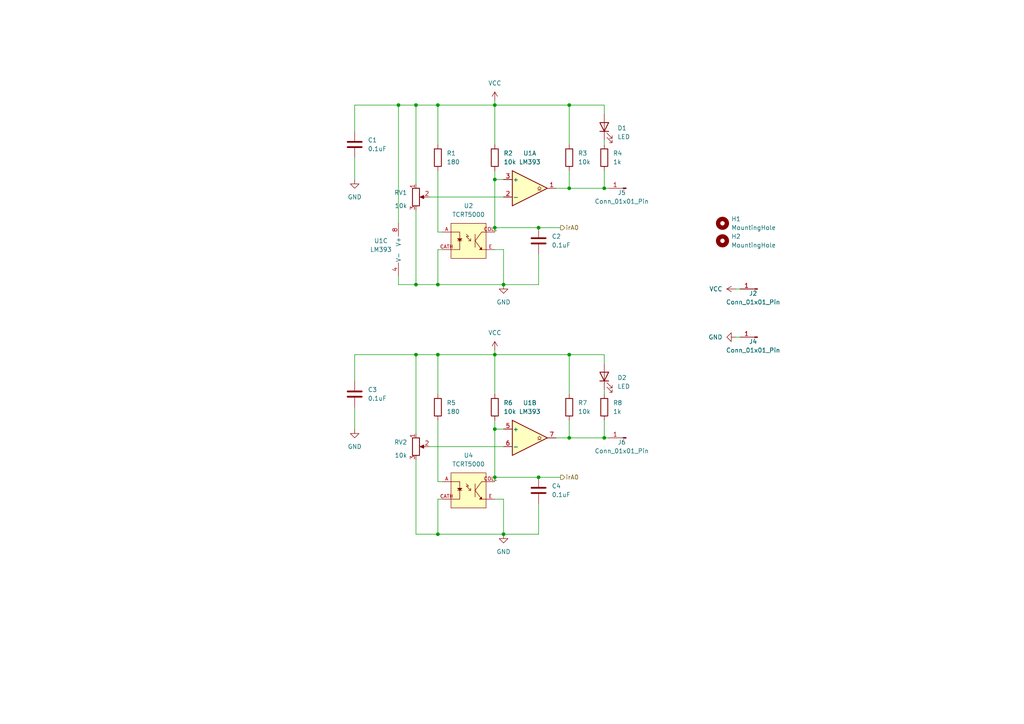
<source format=kicad_sch>
(kicad_sch (version 20231120) (generator "eeschema") (generator_version "8.0")
  (paper "A4")
  (title_block (title "IR sensor (2x)") (date "2023-12-28") (rev "V1") (company "Tiebe Declercq"))
  (lib_symbols
    (symbol "Comparator:LM393" (pin_names (offset 0.127))
      (property "Reference" "U" (at 3.81 3.81 0))
      (property "Value" "LM393" (at 6.35 -3.81 0))
      (symbol "LM393_1_1"
        (polyline (pts (xy -5.08 5.08) (xy 5.08 0) (xy -5.08 -5.08) (xy -5.08 5.08)) (stroke (width 0.254)) (fill (type background)))
        (polyline (pts (xy 3.302 -0.508) (xy 2.794 -0.508) (xy 3.302 0) (xy 2.794 0.508) (xy 2.286 0) (xy 2.794 -0.508) (xy 2.286 -0.508)) (stroke (width 0.127)))
        (pin open_collector line (at 7.62 0 180) (length 2.54) (name "~") (number "1"))
        (pin input line (at -7.62 -2.54 0) (length 2.54) (name "-") (number "2"))
        (pin input line (at -7.62 2.54 0) (length 2.54) (name "+") (number "3"))
      )
      (symbol "LM393_2_1"
        (polyline (pts (xy -5.08 5.08) (xy 5.08 0) (xy -5.08 -5.08) (xy -5.08 5.08)) (stroke (width 0.254)) (fill (type background)))
        (polyline (pts (xy 3.302 -0.508) (xy 2.794 -0.508) (xy 3.302 0) (xy 2.794 0.508) (xy 2.286 0) (xy 2.794 -0.508) (xy 2.286 -0.508)) (stroke (width 0.127)))
        (pin input line (at -7.62 2.54 0) (length 2.54) (name "+") (number "5"))
        (pin input line (at -7.62 -2.54 0) (length 2.54) (name "-") (number "6"))
        (pin open_collector line (at 7.62 0 180) (length 2.54) (name "~") (number "7"))
      )
      (symbol "LM393_3_1"
        (pin power_in line (at -2.54 -7.62 90) (length 3.81) (name "V-") (number "4"))
        (pin power_in line (at -2.54 7.62 270) (length 3.81) (name "V+") (number "8"))
      )
    )
    (symbol "Connector:Conn_01x01_Pin" (pin_names (offset 1.016) hide)
      (property "Reference" "J" (at 0 2.54 0))
      (property "Value" "Conn_01x01_Pin" (at 0 -2.54 0))
      (symbol "Conn_01x01_Pin_1_1"
        (polyline (pts (xy 1.27 0) (xy 0.8636 0)) (stroke (width 0.1524)))
        (rectangle (start 0.8636 0.127) (end 0 -0.127) (stroke (width 0.1524)) (fill (type outline)))
        (pin passive line (at 5.08 0 180) (length 3.81) (name "Pin_1") (number "1"))
      )
    )
    (symbol "Device:C" (pin_numbers hide) (pin_names (offset 0.254))
      (property "Reference" "C" (at 0.635 2.54 0))
      (property "Value" "C" (at 0.635 -2.54 0))
      (symbol "C_0_1"
        (polyline (pts (xy -2.032 -0.762) (xy 2.032 -0.762)) (stroke (width 0.508)))
        (polyline (pts (xy -2.032 0.762) (xy 2.032 0.762)) (stroke (width 0.508)))
      )
      (symbol "C_1_1"
        (pin passive line (at 0 3.81 270) (length 2.794) (name "~") (number "1"))
        (pin passive line (at 0 -3.81 90) (length 2.794) (name "~") (number "2"))
      )
    )
    (symbol "Device:LED" (pin_numbers hide) (pin_names (offset 1.016) hide)
      (property "Reference" "D" (at 0 2.54 0))
      (property "Value" "LED" (at 0 -2.54 0))
      (symbol "LED_0_1"
        (polyline (pts (xy -1.27 -1.27) (xy -1.27 1.27)) (stroke (width 0.254)))
        (polyline (pts (xy -1.27 0) (xy 1.27 0)))
        (polyline (pts (xy 1.27 -1.27) (xy 1.27 1.27) (xy -1.27 0) (xy 1.27 -1.27)) (stroke (width 0.254)))
        (polyline (pts (xy -3.048 -0.762) (xy -4.572 -2.286) (xy -3.81 -2.286) (xy -4.572 -2.286) (xy -4.572 -1.524)))
        (polyline (pts (xy -1.778 -0.762) (xy -3.302 -2.286) (xy -2.54 -2.286) (xy -3.302 -2.286) (xy -3.302 -1.524)))
      )
      (symbol "LED_1_1"
        (pin passive line (at -3.81 0 0) (length 2.54) (name "K") (number "1"))
        (pin passive line (at 3.81 0 180) (length 2.54) (name "A") (number "2"))
      )
    )
    (symbol "Device:R" (pin_numbers hide) (pin_names (offset 0))
      (property "Reference" "R" (at 2.032 0 90))
      (property "Value" "R" (at 0 0 90))
      (symbol "R_0_1"
        (rectangle (start -1.016 -2.54) (end 1.016 2.54) (stroke (width 0.254)))
      )
      (symbol "R_1_1"
        (pin passive line (at 0 3.81 270) (length 1.27) (name "~") (number "1"))
        (pin passive line (at 0 -3.81 90) (length 1.27) (name "~") (number "2"))
      )
    )
    (symbol "Device:R_Potentiometer" (pin_names (offset 1.016) hide)
      (property "Reference" "RV" (at -4.445 0 90))
      (property "Value" "R_Potentiometer" (at -2.54 0 90))
      (symbol "R_Potentiometer_0_1"
        (polyline (pts (xy 2.54 0) (xy 1.524 0)))
        (polyline (pts (xy 1.143 0) (xy 2.286 0.508) (xy 2.286 -0.508) (xy 1.143 0)) (fill (type outline)))
        (rectangle (start 1.016 2.54) (end -1.016 -2.54) (stroke (width 0.254)))
      )
      (symbol "R_Potentiometer_1_1"
        (pin passive line (at 0 3.81 270) (length 1.27) (name "1") (number "1"))
        (pin passive line (at 3.81 0 180) (length 1.27) (name "2") (number "2"))
        (pin passive line (at 0 -3.81 90) (length 1.27) (name "3") (number "3"))
      )
    )
    (symbol "GND_5" (power) (pin_names (offset 0))
      (property "Value" "GND_5" (at 0 -3.81 0))
      (symbol "GND_5_0_1"
        (polyline (pts (xy 0 0) (xy 0 -1.27) (xy 1.27 -1.27) (xy 0 -2.54) (xy -1.27 -1.27) (xy 0 -1.27)))
      )
      (symbol "GND_5_1_1"
        (pin power_in line (at 0 0 270) (length 0) hide (name "GND") (number "1"))
      )
    )
    (symbol "Mechanical:MountingHole" (pin_names (offset 1.016))
      (property "Reference" "H" (at 0 5.08 0))
      (property "Value" "MountingHole" (at 0 3.175 0))
      (symbol "MountingHole_0_1"
        (circle (center 0 0) (radius 1.27) (stroke (width 1.27)))
      )
    )
    (symbol "TCRT5000:TCRT5000" (pin_names (offset 1.016))
      (property "Reference" "U" (at -5.0887 5.7248 0))
      (property "Value" "TCRT5000" (at -5.0838 -5.7193 0))
      (symbol "TCRT5000_0_0"
        (rectangle (start -5.08 -5.08) (end 5.08 5.08) (stroke (width 0.1524)) (fill (type background)))
        (polyline (pts (xy -5.08 2.54) (xy -2.54 2.54)) (stroke (width 0.1524)))
        (polyline (pts (xy -3.175 0) (xy -1.905 0)) (stroke (width 0.1524)))
        (polyline (pts (xy -2.54 -2.54) (xy -5.08 -2.54)) (stroke (width 0.1524)))
        (polyline (pts (xy -2.54 2.54) (xy -2.54 -2.54)) (stroke (width 0.1524)))
        (polyline (pts (xy -0.635 1.27) (xy 0.635 0)) (stroke (width 0.1524)))
        (polyline (pts (xy -0.635 1.905) (xy 0 1.27)) (stroke (width 0.1524)))
        (polyline (pts (xy 0 1.27) (xy -0.635 1.27)) (stroke (width 0.1524)))
        (polyline (pts (xy 0.635 0) (xy 0 0)) (stroke (width 0.1524)))
        (polyline (pts (xy 0.635 0.635) (xy 0.635 0)) (stroke (width 0.1524)))
        (polyline (pts (xy 1.905 0) (xy 1.905 -1.905)) (stroke (width 0.1524)))
        (polyline (pts (xy 1.905 0) (xy 3.81 -2.54)) (stroke (width 0.1524)))
        (polyline (pts (xy 1.905 0) (xy 3.81 2.54)) (stroke (width 0.1524)))
        (polyline (pts (xy 1.905 1.905) (xy 1.905 0)) (stroke (width 0.1524)))
        (polyline (pts (xy 3.81 -2.54) (xy 5.08 -2.54)) (stroke (width 0.1524)))
        (polyline (pts (xy 3.81 2.54) (xy 5.08 2.54)) (stroke (width 0.1524)))
        (polyline (pts (xy -3.175 0.635) (xy -1.905 0.635) (xy -2.54 0) (xy -3.175 0.635)) (stroke (width 0.1524)) (fill (type outline)))
        (polyline (pts (xy 3.175 -2.54) (xy 3.81 -2.54) (xy 3.81 -1.905) (xy 3.175 -2.54)) (stroke (width 0.1524)) (fill (type outline)))
        (pin passive line (at -7.62 2.54 0) (length 2.54) (name "~") (number "A"))
        (pin passive line (at -7.62 -2.54 0) (length 2.54) (name "~") (number "CATH"))
        (pin passive line (at 7.62 2.54 180) (length 2.54) (name "~") (number "COLL"))
        (pin passive line (at 7.62 -2.54 180) (length 2.54) (name "~") (number "E"))
      )
    )
    (symbol "power:VCC" (power) (pin_names (offset 0))
      (property "Value" "VCC" (at 0 3.81 0))
      (symbol "VCC_0_1"
        (polyline (pts (xy -0.762 1.27) (xy 0 2.54)))
        (polyline (pts (xy 0 0) (xy 0 2.54)))
        (polyline (pts (xy 0 2.54) (xy 0.762 1.27)))
      )
      (symbol "VCC_1_1"
        (pin power_in line (at 0 0 90) (length 0) hide (name "VCC") (number "1"))
      )
    )
  )
  (junction (at 156.21 66.04))
  (junction (at 143.51 138.43))
  (junction (at 165.1 54.61))
  (junction (at 165.1 127))
  (junction (at 175.26 54.61))
  (junction (at 175.26 127))
  (junction (at 115.57 30.48))
  (junction (at 143.51 66.04))
  (junction (at 127 102.87))
  (junction (at 165.1 30.48))
  (junction (at 143.51 52.07))
  (junction (at 127 30.48))
  (junction (at 146.05 82.55))
  (junction (at 127 82.55))
  (junction (at 143.51 124.46))
  (junction (at 120.65 102.87))
  (junction (at 165.1 102.87))
  (junction (at 120.65 82.55))
  (junction (at 146.05 154.94))
  (junction (at 127 154.94))
  (junction (at 143.51 102.87))
  (junction (at 143.51 30.48))
  (junction (at 156.21 138.43))
  (junction (at 120.65 30.48))
  (wire (pts (xy 213.36 83.82) (xy 214.63 83.82)))
  (wire (pts (xy 120.65 133.35) (xy 120.65 154.94)))
  (wire (pts (xy 120.65 30.48) (xy 120.65 53.34)))
  (wire (pts (xy 175.26 121.92) (xy 175.26 127)))
  (wire (pts (xy 165.1 30.48) (xy 143.51 30.48)))
  (wire (pts (xy 156.21 66.04) (xy 162.56 66.04)))
  (wire (pts (xy 127 30.48) (xy 120.65 30.48)))
  (wire (pts (xy 175.26 102.87) (xy 175.26 105.41)))
  (wire (pts (xy 102.87 102.87) (xy 120.65 102.87)))
  (wire (pts (xy 165.1 102.87) (xy 143.51 102.87)))
  (wire (pts (xy 156.21 82.55) (xy 146.05 82.55)))
  (wire (pts (xy 127 121.92) (xy 127 139.7)))
  (wire (pts (xy 156.21 66.04) (xy 143.51 66.04)))
  (wire (pts (xy 156.21 138.43) (xy 143.51 138.43)))
  (wire (pts (xy 143.51 29.21) (xy 143.51 30.48)))
  (wire (pts (xy 143.51 102.87) (xy 143.51 114.3)))
  (wire (pts (xy 146.05 52.07) (xy 143.51 52.07)))
  (wire (pts (xy 175.26 40.64) (xy 175.26 41.91)))
  (wire (pts (xy 102.87 110.49) (xy 102.87 102.87)))
  (wire (pts (xy 102.87 118.11) (xy 102.87 124.46)))
  (wire (pts (xy 175.26 127) (xy 176.53 127)))
  (wire (pts (xy 120.65 82.55) (xy 127 82.55)))
  (wire (pts (xy 127 30.48) (xy 127 41.91)))
  (wire (pts (xy 143.51 101.6) (xy 143.51 102.87)))
  (wire (pts (xy 127 144.78) (xy 127 154.94)))
  (wire (pts (xy 175.26 49.53) (xy 175.26 54.61)))
  (wire (pts (xy 143.51 30.48) (xy 127 30.48)))
  (wire (pts (xy 175.26 102.87) (xy 165.1 102.87)))
  (wire (pts (xy 213.36 97.79) (xy 214.63 97.79)))
  (wire (pts (xy 175.26 30.48) (xy 165.1 30.48)))
  (wire (pts (xy 115.57 82.55) (xy 120.65 82.55)))
  (wire (pts (xy 102.87 30.48) (xy 115.57 30.48)))
  (wire (pts (xy 161.29 127) (xy 165.1 127)))
  (wire (pts (xy 115.57 30.48) (xy 115.57 64.77)))
  (wire (pts (xy 143.51 138.43) (xy 143.51 139.7)))
  (wire (pts (xy 165.1 127) (xy 165.1 121.92)))
  (wire (pts (xy 146.05 82.55) (xy 146.05 72.39)))
  (wire (pts (xy 102.87 45.72) (xy 102.87 52.07)))
  (wire (pts (xy 175.26 54.61) (xy 176.53 54.61)))
  (wire (pts (xy 146.05 154.94) (xy 146.05 144.78)))
  (wire (pts (xy 165.1 30.48) (xy 165.1 41.91)))
  (wire (pts (xy 161.29 54.61) (xy 165.1 54.61)))
  (wire (pts (xy 165.1 127) (xy 175.26 127)))
  (wire (pts (xy 143.51 66.04) (xy 143.51 67.31)))
  (wire (pts (xy 120.65 102.87) (xy 120.65 125.73)))
  (wire (pts (xy 146.05 144.78) (xy 143.51 144.78)))
  (wire (pts (xy 127 139.7) (xy 128.27 139.7)))
  (wire (pts (xy 102.87 38.1) (xy 102.87 30.48)))
  (wire (pts (xy 127 72.39) (xy 127 82.55)))
  (wire (pts (xy 127 102.87) (xy 127 114.3)))
  (wire (pts (xy 127 49.53) (xy 127 67.31)))
  (wire (pts (xy 146.05 72.39) (xy 143.51 72.39)))
  (wire (pts (xy 156.21 138.43) (xy 162.56 138.43)))
  (wire (pts (xy 143.51 121.92) (xy 143.51 124.46)))
  (wire (pts (xy 124.46 129.54) (xy 146.05 129.54)))
  (wire (pts (xy 127 102.87) (xy 120.65 102.87)))
  (wire (pts (xy 143.51 30.48) (xy 143.51 41.91)))
  (wire (pts (xy 175.26 30.48) (xy 175.26 33.02)))
  (wire (pts (xy 175.26 113.03) (xy 175.26 114.3)))
  (wire (pts (xy 128.27 72.39) (xy 127 72.39)))
  (wire (pts (xy 127 82.55) (xy 146.05 82.55)))
  (wire (pts (xy 165.1 102.87) (xy 165.1 114.3)))
  (wire (pts (xy 143.51 102.87) (xy 127 102.87)))
  (wire (pts (xy 143.51 52.07) (xy 143.51 66.04)))
  (wire (pts (xy 120.65 30.48) (xy 115.57 30.48)))
  (wire (pts (xy 165.1 54.61) (xy 175.26 54.61)))
  (wire (pts (xy 156.21 146.05) (xy 156.21 154.94)))
  (wire (pts (xy 115.57 80.01) (xy 115.57 82.55)))
  (wire (pts (xy 124.46 57.15) (xy 146.05 57.15)))
  (wire (pts (xy 120.65 60.96) (xy 120.65 82.55)))
  (wire (pts (xy 156.21 73.66) (xy 156.21 82.55)))
  (wire (pts (xy 143.51 124.46) (xy 143.51 138.43)))
  (wire (pts (xy 127 67.31) (xy 128.27 67.31)))
  (wire (pts (xy 156.21 154.94) (xy 146.05 154.94)))
  (wire (pts (xy 128.27 144.78) (xy 127 144.78)))
  (wire (pts (xy 146.05 124.46) (xy 143.51 124.46)))
  (wire (pts (xy 127 154.94) (xy 146.05 154.94)))
  (wire (pts (xy 143.51 49.53) (xy 143.51 52.07)))
  (wire (pts (xy 165.1 54.61) (xy 165.1 49.53)))
  (wire (pts (xy 120.65 154.94) (xy 127 154.94)))
  (hierarchical_label "irA0" (shape output) (at 162.56 66.04 0))
  (hierarchical_label "irA0" (shape output) (at 162.56 138.43 0))
  (symbol (lib_name "GND_5") (lib_id "power:GND") (at 146.05 154.94 0) (unit 1)
    (property "Reference" "#PWR06" (effects (hide yes)))
    (property "Value" "GND" (at 146.05 160.02 0))
  )
  (symbol (lib_name "GND_5") (lib_id "power:GND") (at 102.87 52.07 0) (unit 1)
    (property "Reference" "#PWR01" (effects (hide yes)))
    (property "Value" "GND" (at 102.87 57.15 0))
  )
  (symbol (lib_id "Connector:Conn_01x01_Pin") (at 181.61 54.61 180) (unit 1)
    (property "Reference" "J5" (at 180.34 55.88 0))
    (property "Value" "Conn_01x01_Pin" (at 180.34 58.42 0))
    (property "Footprint" "Connector_PinHeader_2.54mm:PinHeader_1x01_P2.54mm_Horizontal" (effects (hide yes)))
  )
  (symbol (lib_id "TCRT5000:TCRT5000") (at 135.89 69.85 0) (unit 1)
    (property "Reference" "U2" (at 135.89 59.69 0))
    (property "Value" "TCRT5000" (at 135.89 62.23 0))
    (property "Footprint" "IrBoard:OPTO_TCRT5000" (effects (hide yes)))
    (property "Description" "\nReflective Optical Sensor 0.591 (15mm) PCB Mount\n" (effects (hide yes)))
    (property "MF" "Vishay" (effects (hide yes)))
    (property "MAXIMUM_PACKAGE_HEIGHT" "7.2mm" (effects (hide yes)))
    (property "Package" "TCRT5000 Vishay" (effects (hide yes)))
    (property "Price" "None" (effects (hide yes)))
    (property "Check_prices" "https://www.snapeda.com/parts/TCRT5000/Vishay+Semiconductor+Opto+Division/view-part/?ref=eda" (effects (hide yes)))
    (property "STANDARD" "Manufacturer recommendations" (effects (hide yes)))
    (property "PARTREV" "1.7" (effects (hide yes)))
    (property "SnapEDA_Link" "https://www.snapeda.com/parts/TCRT5000/Vishay+Semiconductor+Opto+Division/view-part/?ref=snap" (effects (hide yes)))
    (property "MP" "TCRT5000" (effects (hide yes)))
    (property "Purchase-URL" "https://www.snapeda.com/api/url_track_click_mouser/?unipart_id=885229&manufacturer=Vishay&part_name=TCRT5000&search_term=tcrt5000" (effects (hide yes)))
    (property "Availability" "In Stock" (effects (hide yes)))
    (property "MANUFACTURER" "Vishay" (effects (hide yes)))
  )
  (symbol (lib_name "GND_5") (lib_id "power:GND") (at 102.87 124.46 0) (unit 1)
    (property "Reference" "#PWR04" (effects (hide yes)))
    (property "Value" "GND" (at 102.87 129.54 0))
  )
  (symbol (lib_id "Device:C") (at 102.87 114.3 0) (unit 1)
    (property "Reference" "C3" (at 106.68 113.03 0) (effects (justify left)))
    (property "Value" "0.1uF" (at 106.68 115.57 0) (effects (justify left)))
    (property "Footprint" "Capacitor_SMD:C_0805_2012Metric_Pad1.18x1.45mm_HandSolder" (effects (hide yes)))
  )
  (symbol (lib_id "power:VCC") (at 143.51 101.6 0) (unit 1)
    (property "Reference" "#PWR05" (effects (hide yes)))
    (property "Value" "VCC" (at 143.51 96.52 0))
  )
  (symbol (lib_id "Device:R") (at 175.26 118.11 0) (unit 1)
    (property "Reference" "R8" (at 177.8 116.84 0) (effects (justify left)))
    (property "Value" "1k" (at 177.8 119.38 0) (effects (justify left)))
    (property "Footprint" "Resistor_SMD:R_0805_2012Metric_Pad1.20x1.40mm_HandSolder" (effects (hide yes)))
  )
  (symbol (lib_id "Device:R_Potentiometer") (at 120.65 57.15 0) (unit 1)
    (property "Reference" "RV1" (at 118.11 55.88 0) (effects (justify right)))
    (property "Value" "10k" (at 118.11 59.69 0) (effects (justify right)))
    (property "Footprint" "Potentiometer_THT:Potentiometer_Bourns_3296W_Vertical" (effects (hide yes)))
  )
  (symbol (lib_name "GND_5") (lib_id "power:GND") (at 146.05 82.55 0) (unit 1)
    (property "Reference" "#PWR03" (effects (hide yes)))
    (property "Value" "GND" (at 146.05 87.63 0))
  )
  (symbol (lib_id "Device:C") (at 102.87 41.91 0) (unit 1)
    (property "Reference" "C1" (at 106.68 40.64 0) (effects (justify left)))
    (property "Value" "0.1uF" (at 106.68 43.18 0) (effects (justify left)))
    (property "Footprint" "Capacitor_SMD:C_0805_2012Metric_Pad1.18x1.45mm_HandSolder" (effects (hide yes)))
  )
  (symbol (lib_id "power:VCC") (at 143.51 29.21 0) (unit 1)
    (property "Reference" "#PWR02" (effects (hide yes)))
    (property "Value" "VCC" (at 143.51 24.13 0))
  )
  (symbol (lib_id "Connector:Conn_01x01_Pin") (at 181.61 127 180) (unit 1)
    (property "Reference" "J6" (at 180.34 128.27 0))
    (property "Value" "Conn_01x01_Pin" (at 180.34 130.81 0))
    (property "Footprint" "Connector_PinHeader_2.54mm:PinHeader_1x01_P2.54mm_Horizontal" (effects (hide yes)))
  )
  (symbol (lib_id "Device:LED") (at 175.26 109.22 90) (unit 1)
    (property "Reference" "D2" (at 179.07 109.5375 90) (effects (justify right)))
    (property "Value" "LED" (at 179.07 112.0775 90) (effects (justify right)))
    (property "Footprint" "LED_SMD:LED_0805_2012Metric_Pad1.15x1.40mm_HandSolder" (effects (hide yes)))
  )
  (symbol (lib_id "Device:R") (at 127 118.11 0) (unit 1)
    (property "Reference" "R5" (at 129.54 116.84 0) (effects (justify left)))
    (property "Value" "180" (at 129.54 119.38 0) (effects (justify left)))
    (property "Footprint" "Resistor_SMD:R_0805_2012Metric_Pad1.20x1.40mm_HandSolder" (effects (hide yes)))
  )
  (symbol (lib_id "Device:R") (at 143.51 118.11 0) (unit 1)
    (property "Reference" "R6" (at 146.05 116.84 0) (effects (justify left)))
    (property "Value" "10k" (at 146.05 119.38 0) (effects (justify left)))
    (property "Footprint" "Resistor_SMD:R_0805_2012Metric_Pad1.20x1.40mm_HandSolder" (effects (hide yes)))
  )
  (symbol (lib_id "Mechanical:MountingHole") (at 209.55 64.77 0) (unit 1)
    (property "Reference" "H1" (at 212.09 63.5 0) (effects (justify left)))
    (property "Value" "MountingHole" (at 212.09 66.04 0) (effects (justify left)))
    (property "Footprint" "MountingHole:MountingHole_3.2mm_M3" (effects (hide yes)))
  )
  (symbol (lib_id "Device:LED") (at 175.26 36.83 90) (unit 1)
    (property "Reference" "D1" (at 179.07 37.1475 90) (effects (justify right)))
    (property "Value" "LED" (at 179.07 39.6875 90) (effects (justify right)))
    (property "Footprint" "LED_SMD:LED_0805_2012Metric_Pad1.15x1.40mm_HandSolder" (effects (hide yes)))
  )
  (symbol (lib_id "TCRT5000:TCRT5000") (at 135.89 142.24 0) (unit 1)
    (property "Reference" "U4" (at 135.89 132.08 0))
    (property "Value" "TCRT5000" (at 135.89 134.62 0))
    (property "Footprint" "IrBoard:OPTO_TCRT5000" (effects (hide yes)))
    (property "Description" "\nReflective Optical Sensor 0.591 (15mm) PCB Mount\n" (effects (hide yes)))
    (property "MF" "Vishay" (effects (hide yes)))
    (property "MAXIMUM_PACKAGE_HEIGHT" "7.2mm" (effects (hide yes)))
    (property "Package" "TCRT5000 Vishay" (effects (hide yes)))
    (property "Price" "None" (effects (hide yes)))
    (property "Check_prices" "https://www.snapeda.com/parts/TCRT5000/Vishay+Semiconductor+Opto+Division/view-part/?ref=eda" (effects (hide yes)))
    (property "STANDARD" "Manufacturer recommendations" (effects (hide yes)))
    (property "PARTREV" "1.7" (effects (hide yes)))
    (property "SnapEDA_Link" "https://www.snapeda.com/parts/TCRT5000/Vishay+Semiconductor+Opto+Division/view-part/?ref=snap" (effects (hide yes)))
    (property "MP" "TCRT5000" (effects (hide yes)))
    (property "Purchase-URL" "https://www.snapeda.com/api/url_track_click_mouser/?unipart_id=885229&manufacturer=Vishay&part_name=TCRT5000&search_term=tcrt5000" (effects (hide yes)))
    (property "Availability" "In Stock" (effects (hide yes)))
    (property "MANUFACTURER" "Vishay" (effects (hide yes)))
  )
  (symbol (lib_id "Mechanical:MountingHole") (at 209.55 69.85 0) (unit 1)
    (property "Reference" "H2" (at 212.09 68.58 0) (effects (justify left)))
    (property "Value" "MountingHole" (at 212.09 71.12 0) (effects (justify left)))
    (property "Footprint" "MountingHole:MountingHole_3.2mm_M3" (effects (hide yes)))
  )
  (symbol (lib_id "Device:C") (at 156.21 142.24 0) (unit 1)
    (property "Reference" "C4" (at 160.02 140.97 0) (effects (justify left)))
    (property "Value" "0.1uF" (at 160.02 143.51 0) (effects (justify left)))
    (property "Footprint" "Capacitor_SMD:C_0805_2012Metric_Pad1.18x1.45mm_HandSolder" (effects (hide yes)))
  )
  (symbol (lib_id "Device:R") (at 165.1 118.11 0) (unit 1)
    (property "Reference" "R7" (at 167.64 116.84 0) (effects (justify left)))
    (property "Value" "10k" (at 167.64 119.38 0) (effects (justify left)))
    (property "Footprint" "Resistor_SMD:R_0805_2012Metric_Pad1.20x1.40mm_HandSolder" (effects (hide yes)))
  )
  (symbol (lib_id "Comparator:LM393") (at 153.67 127 0) (unit 2)
    (property "Reference" "U1" (at 153.67 116.84 0))
    (property "Value" "LM393" (at 153.67 119.38 0))
    (property "Footprint" "Package_SO:SO-8_3.9x4.9mm_P1.27mm" (effects (hide yes)))
    (property "Datasheet" "http://www.ti.com/lit/ds/symlink/lm393.pdf" (effects (hide yes)))
  )
  (symbol (lib_id "Device:C") (at 156.21 69.85 0) (unit 1)
    (property "Reference" "C2" (at 160.02 68.58 0) (effects (justify left)))
    (property "Value" "0.1uF" (at 160.02 71.12 0) (effects (justify left)))
    (property "Footprint" "Capacitor_SMD:C_0805_2012Metric_Pad1.18x1.45mm_HandSolder" (effects (hide yes)))
  )
  (symbol (lib_id "Device:R") (at 127 45.72 0) (unit 1)
    (property "Reference" "R1" (at 129.54 44.45 0) (effects (justify left)))
    (property "Value" "180" (at 129.54 46.99 0) (effects (justify left)))
    (property "Footprint" "Resistor_SMD:R_0805_2012Metric_Pad1.20x1.40mm_HandSolder" (effects (hide yes)))
  )
  (symbol (lib_id "Connector:Conn_01x01_Pin") (at 219.71 83.82 180) (unit 1)
    (property "Reference" "J2" (at 218.44 85.09 0))
    (property "Value" "Conn_01x01_Pin" (at 218.44 87.63 0))
    (property "Footprint" "Connector_PinHeader_2.54mm:PinHeader_1x01_P2.54mm_Horizontal" (effects (hide yes)))
  )
  (symbol (lib_id "Comparator:LM393") (at 153.67 54.61 0) (unit 1)
    (property "Reference" "U1" (at 153.67 44.45 0))
    (property "Value" "LM393" (at 153.67 46.99 0))
    (property "Footprint" "Package_SO:SO-8_3.9x4.9mm_P1.27mm" (effects (hide yes)))
    (property "Datasheet" "http://www.ti.com/lit/ds/symlink/lm393.pdf" (effects (hide yes)))
  )
  (symbol (lib_id "Device:R") (at 165.1 45.72 0) (unit 1)
    (property "Reference" "R3" (at 167.64 44.45 0) (effects (justify left)))
    (property "Value" "10k" (at 167.64 46.99 0) (effects (justify left)))
    (property "Footprint" "Resistor_SMD:R_0805_2012Metric_Pad1.20x1.40mm_HandSolder" (effects (hide yes)))
  )
  (symbol (lib_name "GND_5") (lib_id "power:GND") (at 213.36 97.79 270) (unit 1)
    (property "Reference" "#PWR08" (effects (hide yes)))
    (property "Value" "GND" (at 209.55 97.79 90) (effects (justify right)))
  )
  (symbol (lib_id "Comparator:LM393") (at 118.11 72.39 0) (unit 3)
    (property "Reference" "U1" (at 110.49 69.85 0))
    (property "Value" "LM393" (at 110.49 72.39 0))
    (property "Footprint" "Package_SO:SO-8_3.9x4.9mm_P1.27mm" (effects (hide yes)))
    (property "Datasheet" "http://www.ti.com/lit/ds/symlink/lm393.pdf" (effects (hide yes)))
  )
  (symbol (lib_id "Device:R_Potentiometer") (at 120.65 129.54 0) (unit 1)
    (property "Reference" "RV2" (at 118.11 128.27 0) (effects (justify right)))
    (property "Value" "10k" (at 118.11 132.08 0) (effects (justify right)))
    (property "Footprint" "Potentiometer_THT:Potentiometer_Bourns_3296W_Vertical" (effects (hide yes)))
  )
  (symbol (lib_id "power:VCC") (at 213.36 83.82 90) (unit 1)
    (property "Reference" "#PWR07" (effects (hide yes)))
    (property "Value" "VCC" (at 209.55 83.82 90) (effects (justify left)))
  )
  (symbol (lib_id "Device:R") (at 175.26 45.72 0) (unit 1)
    (property "Reference" "R4" (at 177.8 44.45 0) (effects (justify left)))
    (property "Value" "1k" (at 177.8 46.99 0) (effects (justify left)))
    (property "Footprint" "Resistor_SMD:R_0805_2012Metric_Pad1.20x1.40mm_HandSolder" (effects (hide yes)))
  )
  (symbol (lib_id "Device:R") (at 143.51 45.72 0) (unit 1)
    (property "Reference" "R2" (at 146.05 44.45 0) (effects (justify left)))
    (property "Value" "10k" (at 146.05 46.99 0) (effects (justify left)))
    (property "Footprint" "Resistor_SMD:R_0805_2012Metric_Pad1.20x1.40mm_HandSolder" (effects (hide yes)))
  )
  (symbol (lib_id "Connector:Conn_01x01_Pin") (at 219.71 97.79 180) (unit 1)
    (property "Reference" "J4" (at 218.44 99.06 0))
    (property "Value" "Conn_01x01_Pin" (at 218.44 101.6 0))
    (property "Footprint" "Connector_PinHeader_2.54mm:PinHeader_1x01_P2.54mm_Horizontal" (effects (hide yes)))
  )
)
</source>
